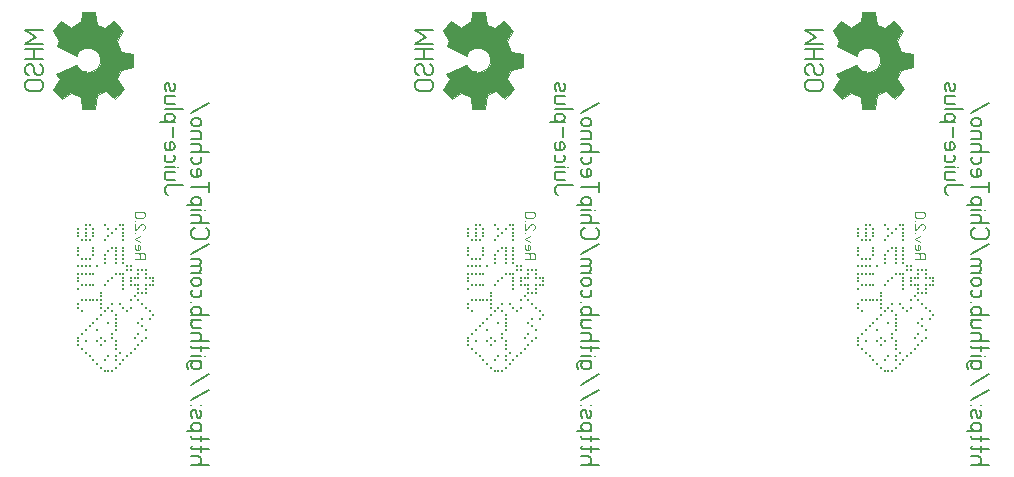
<source format=gbr>
%FSLAX34Y34*%
%MOMM*%
%LNSILK_BOTTOM_*%
G71*
G01*
%ADD10C, 0.19*%
%ADD11C, 0.10*%
%ADD12R, 0.27X0.27*%
%ADD13C, 0.11*%
%LPD*%
G54D10*
X197142Y462538D02*
X212253Y462538D01*
G54D10*
X203186Y462538D02*
X205075Y463671D01*
X205642Y465938D01*
X205075Y468204D01*
X203186Y469338D01*
X197142Y469338D01*
G54D10*
X212253Y475760D02*
X198086Y475760D01*
X197142Y476894D01*
X197520Y478027D01*
G54D10*
X205642Y473494D02*
X205642Y478027D01*
G54D10*
X212253Y484449D02*
X198086Y484449D01*
X197142Y485583D01*
X197520Y486716D01*
G54D10*
X205642Y482183D02*
X205642Y486716D01*
G54D10*
X205642Y490872D02*
X193364Y490872D01*
G54D10*
X199975Y490872D02*
X197520Y492005D01*
X197142Y494272D01*
X197520Y496538D01*
X199408Y497672D01*
X203186Y497672D01*
X205075Y496538D01*
X205642Y494272D01*
X205075Y492005D01*
X202808Y490872D01*
G54D10*
X198086Y501828D02*
X197142Y504094D01*
X197142Y506361D01*
X198086Y508628D01*
X199975Y508628D01*
X200920Y507494D01*
X201864Y502961D01*
X202808Y501828D01*
X204697Y501828D01*
X205642Y504094D01*
X205642Y506361D01*
X204697Y508628D01*
G54D10*
X197142Y512784D02*
X197142Y512784D01*
G54D10*
X205642Y512784D02*
X205642Y512784D01*
G54D10*
X197142Y516940D02*
X212253Y526006D01*
G54D10*
X197142Y530163D02*
X212253Y539229D01*
G54D10*
X194308Y543386D02*
X193364Y545652D01*
X193364Y547239D01*
X194308Y549506D01*
X196197Y550186D01*
X205642Y550186D01*
G54D10*
X203186Y550186D02*
X205075Y549052D01*
X205642Y546786D01*
X205075Y544519D01*
X203186Y543386D01*
X199408Y543386D01*
X197520Y544519D01*
X197142Y546786D01*
X197520Y549052D01*
X199408Y550186D01*
G54D10*
X197142Y554342D02*
X205642Y554342D01*
G54D10*
X208475Y554342D02*
X208475Y554342D01*
G54D10*
X212253Y560764D02*
X198086Y560764D01*
X197142Y561898D01*
X197520Y563031D01*
G54D10*
X205642Y558498D02*
X205642Y563031D01*
G54D10*
X197142Y567187D02*
X212253Y567187D01*
G54D10*
X203186Y567187D02*
X205075Y568320D01*
X205642Y570587D01*
X205075Y572853D01*
X203186Y573987D01*
X197142Y573987D01*
G54D10*
X205642Y584943D02*
X197142Y584943D01*
G54D10*
X199030Y584943D02*
X197520Y583809D01*
X197142Y581543D01*
X197520Y579276D01*
X199030Y578143D01*
X205642Y578143D01*
G54D10*
X197142Y589099D02*
X212253Y589099D01*
G54D10*
X203186Y589099D02*
X205075Y590232D01*
X205642Y592499D01*
X205075Y594765D01*
X203186Y595899D01*
X199408Y595899D01*
X197520Y594765D01*
X197142Y592499D01*
X197520Y590232D01*
X199408Y589099D01*
G54D10*
X197142Y600055D02*
X197142Y600055D01*
G54D10*
X205075Y609877D02*
X205642Y607611D01*
X205075Y605344D01*
X203186Y604211D01*
X199408Y604211D01*
X197520Y605344D01*
X197142Y607611D01*
X197520Y609877D01*
G54D10*
X199408Y620834D02*
X203186Y620834D01*
X205075Y619700D01*
X205642Y617434D01*
X205075Y615167D01*
X203186Y614034D01*
X199408Y614034D01*
X197520Y615167D01*
X197142Y617434D01*
X197520Y619700D01*
X199408Y620834D01*
G54D10*
X197142Y624990D02*
X205642Y624990D01*
G54D10*
X204130Y624990D02*
X205642Y627256D01*
X205075Y629523D01*
X203753Y630656D01*
X197142Y630656D01*
G54D10*
X204130Y630656D02*
X205642Y632923D01*
X205075Y635190D01*
X203753Y636323D01*
X197142Y636323D01*
G54D10*
X197142Y640479D02*
X212253Y649545D01*
G54D10*
X199975Y662769D02*
X198086Y661635D01*
X197142Y659369D01*
X197142Y657102D01*
X198086Y654835D01*
X199975Y653702D01*
X209420Y653702D01*
X211308Y654835D01*
X212253Y657102D01*
X212253Y659369D01*
X211308Y661635D01*
X209420Y662769D01*
G54D10*
X197142Y666925D02*
X212253Y666925D01*
G54D10*
X203186Y666925D02*
X205075Y668058D01*
X205642Y670325D01*
X205075Y672592D01*
X203186Y673725D01*
X197142Y673725D01*
G54D10*
X197142Y677881D02*
X205642Y677881D01*
G54D10*
X208475Y677881D02*
X208475Y677881D01*
G54D10*
X205642Y682037D02*
X193364Y682037D01*
G54D10*
X199975Y682037D02*
X197520Y683170D01*
X197142Y685437D01*
X197520Y687704D01*
X199408Y688837D01*
X203186Y688837D01*
X205075Y687704D01*
X205642Y685437D01*
X205075Y683170D01*
X202808Y682037D01*
G54D10*
X197142Y697526D02*
X212253Y697526D01*
G54D10*
X212253Y692993D02*
X212253Y702060D01*
G54D10*
X198086Y713016D02*
X197142Y711203D01*
X197142Y708936D01*
X198086Y706669D01*
X199975Y706216D01*
X203186Y706216D01*
X205075Y707349D01*
X205642Y709616D01*
X205075Y711883D01*
X203753Y713016D01*
X201864Y713016D01*
X201864Y706216D01*
G54D10*
X205075Y722839D02*
X205642Y720572D01*
X205075Y718305D01*
X203186Y717172D01*
X199408Y717172D01*
X197520Y718305D01*
X197142Y720572D01*
X197520Y722839D01*
G54D10*
X197142Y726995D02*
X212253Y726995D01*
G54D10*
X203186Y726995D02*
X205075Y728128D01*
X205642Y730395D01*
X205075Y732662D01*
X203186Y733795D01*
X197142Y733795D01*
G54D10*
X197142Y737951D02*
X205642Y737951D01*
G54D10*
X203753Y737951D02*
X205075Y739084D01*
X205642Y741351D01*
X205075Y743618D01*
X203753Y744751D01*
X197142Y744751D01*
G54D10*
X199408Y755707D02*
X203186Y755707D01*
X205075Y754574D01*
X205642Y752307D01*
X205075Y750040D01*
X203186Y748907D01*
X199408Y748907D01*
X197520Y750040D01*
X197142Y752307D01*
X197520Y754574D01*
X199408Y755707D01*
G54D10*
X197142Y759863D02*
X212253Y768930D01*
G54D10*
X189842Y699407D02*
X177564Y699407D01*
X175675Y698273D01*
X174730Y696007D01*
X174730Y693740D01*
X175675Y691473D01*
X177564Y690340D01*
G54D10*
X183230Y710363D02*
X174730Y710363D01*
G54D10*
X176619Y710363D02*
X175108Y709230D01*
X174730Y706963D01*
X175108Y704696D01*
X176619Y703563D01*
X183230Y703563D01*
G54D10*
X174730Y714519D02*
X183230Y714519D01*
G54D10*
X186064Y714519D02*
X186064Y714519D01*
G54D10*
X182664Y724342D02*
X183230Y722075D01*
X182664Y719808D01*
X180775Y718675D01*
X176997Y718675D01*
X175108Y719808D01*
X174730Y722075D01*
X175108Y724342D01*
G54D10*
X175675Y735298D02*
X174730Y733485D01*
X174730Y731218D01*
X175675Y728951D01*
X177564Y728498D01*
X180775Y728498D01*
X182664Y729631D01*
X183230Y731898D01*
X182664Y734165D01*
X181342Y735298D01*
X179453Y735298D01*
X179453Y728498D01*
G54D10*
X181342Y739454D02*
X181342Y748521D01*
G54D10*
X183230Y752677D02*
X170953Y752677D01*
G54D10*
X177564Y752677D02*
X175108Y753810D01*
X174730Y756077D01*
X175108Y758344D01*
X176997Y759477D01*
X180775Y759477D01*
X182664Y758344D01*
X183230Y756077D01*
X182664Y753810D01*
X180397Y752677D01*
G54D10*
X174730Y763633D02*
X189842Y763633D01*
G54D10*
X183230Y774589D02*
X174730Y774589D01*
G54D10*
X176619Y774589D02*
X175108Y773456D01*
X174730Y771189D01*
X175108Y768922D01*
X176619Y767789D01*
X183230Y767789D01*
G54D10*
X175675Y778745D02*
X174730Y781012D01*
X174730Y783278D01*
X175675Y785545D01*
X177564Y785545D01*
X178508Y784412D01*
X179453Y779878D01*
X180397Y778745D01*
X182286Y778745D01*
X183230Y781012D01*
X183230Y783278D01*
X182286Y785545D01*
G54D11*
X147642Y810376D02*
X147642Y799264D01*
X137323Y796883D01*
X134148Y789342D01*
X140102Y780214D01*
X132958Y772276D01*
X125020Y778626D01*
X117083Y775055D01*
X115495Y763942D01*
X104780Y763942D01*
X103589Y773864D01*
X95255Y777436D01*
X87714Y772276D01*
X80173Y779817D01*
X85730Y788548D01*
X82952Y792914D01*
X99620Y800455D01*
G54D11*
X99620Y809186D02*
X83348Y816726D01*
X85333Y821092D01*
X79776Y829426D01*
X87317Y837761D01*
X95255Y831808D01*
X103589Y835380D01*
X104780Y845698D01*
X115495Y845302D01*
X117480Y834586D01*
X123830Y831808D01*
X132164Y837761D01*
X139704Y829823D01*
X134148Y820695D01*
X137323Y811964D01*
X147642Y810376D01*
G54D11*
G75*
G01X100305Y800724D02*
G03X100305Y808929I9665J4102D01*
G01*
G36*
X115495Y845302D02*
X117480Y834586D01*
X123830Y831808D01*
X132164Y837761D01*
X139704Y829823D01*
X134148Y820695D01*
X137323Y811964D01*
X147642Y810376D01*
X147642Y799264D01*
X137323Y796883D01*
X134148Y789342D01*
X140102Y780214D01*
X132958Y772276D01*
X125020Y778626D01*
X117083Y775055D01*
X115495Y763942D01*
X104780Y763942D01*
X103589Y773864D01*
X95255Y777436D01*
X87714Y772276D01*
X80173Y779817D01*
X85730Y788548D01*
X82952Y792914D01*
X100414Y800852D01*
X100811Y799661D01*
X101605Y798470D01*
X103986Y796089D01*
X107161Y794502D01*
X109145Y794105D01*
X110733Y794105D01*
X113114Y794502D01*
X115892Y795692D01*
X118670Y798073D01*
X119861Y800058D01*
X120654Y802042D01*
X121052Y804423D01*
X120654Y806805D01*
X119861Y809980D01*
X117480Y812758D01*
X113511Y815536D01*
X107161Y815536D01*
X104780Y814345D01*
X102398Y812758D01*
X100414Y810376D01*
X100414Y808789D01*
X83348Y816726D01*
X85333Y821092D01*
X79776Y829426D01*
X87317Y837761D01*
X95255Y831808D01*
X115495Y845302D01*
G37*
G54D11*
X115495Y845302D02*
X117480Y834586D01*
X123830Y831808D01*
X132164Y837761D01*
X139704Y829823D01*
X134148Y820695D01*
X137323Y811964D01*
X147642Y810376D01*
X147642Y799264D01*
X137323Y796883D01*
X134148Y789342D01*
X140102Y780214D01*
X132958Y772276D01*
X125020Y778626D01*
X117083Y775055D01*
X115495Y763942D01*
X104780Y763942D01*
X103589Y773864D01*
X95255Y777436D01*
X87714Y772276D01*
X80173Y779817D01*
X85730Y788548D01*
X82952Y792914D01*
X100414Y800852D01*
X100811Y799661D01*
X101605Y798470D01*
X103986Y796089D01*
X107161Y794502D01*
X109145Y794105D01*
X110733Y794105D01*
X113114Y794502D01*
X115892Y795692D01*
X118670Y798073D01*
X119861Y800058D01*
X120654Y802042D01*
X121052Y804423D01*
X120654Y806805D01*
X119861Y809980D01*
X117480Y812758D01*
X113511Y815536D01*
X107161Y815536D01*
X104780Y814345D01*
X102398Y812758D01*
X100414Y810376D01*
X100414Y808789D01*
X83348Y816726D01*
X85333Y821092D01*
X79776Y829426D01*
X87317Y837761D01*
X95255Y831808D01*
X115495Y845302D01*
G36*
X115495Y845302D02*
X104780Y845698D01*
X103589Y835380D01*
X115495Y845302D01*
G37*
G54D11*
X115495Y845302D02*
X104780Y845698D01*
X103589Y835380D01*
X115495Y845302D01*
G54D10*
X68969Y788084D02*
X59524Y788084D01*
X57636Y786951D01*
X56691Y784684D01*
X56691Y782418D01*
X57636Y780151D01*
X59524Y779018D01*
X68969Y779018D01*
X70858Y780151D01*
X71802Y782418D01*
X71802Y784684D01*
X70858Y786951D01*
X68969Y788084D01*
G54D10*
X59524Y792241D02*
X57636Y793374D01*
X56691Y795641D01*
X56691Y797907D01*
X57636Y800174D01*
X59524Y801307D01*
X61413Y801307D01*
X63302Y800174D01*
X64246Y797907D01*
X64246Y795641D01*
X65191Y793374D01*
X67080Y792241D01*
X68969Y792241D01*
X70858Y793374D01*
X71802Y795641D01*
X71802Y797907D01*
X70858Y800174D01*
X68969Y801307D01*
G54D10*
X56691Y805464D02*
X71802Y805464D01*
G54D10*
X56691Y814530D02*
X71802Y814530D01*
G54D10*
X64246Y805464D02*
X64246Y814530D01*
G54D10*
X71802Y818687D02*
X56691Y818687D01*
X66136Y824353D01*
X56691Y830020D01*
X71802Y830020D01*
X123825Y541338D02*
G54D12*
D03*
X120650Y544512D02*
G54D12*
D03*
X117475Y547688D02*
G54D12*
D03*
X114300Y550863D02*
G54D12*
D03*
X130175Y541338D02*
G54D12*
D03*
X133350Y544512D02*
G54D12*
D03*
X136525Y547688D02*
G54D12*
D03*
X139700Y550862D02*
G54D12*
D03*
X142875Y554038D02*
G54D12*
D03*
X111125Y554038D02*
G54D12*
D03*
X107950Y557213D02*
G54D12*
D03*
X104775Y560388D02*
G54D12*
D03*
X101600Y563563D02*
G54D12*
D03*
X101600Y569912D02*
G54D12*
D03*
X104775Y573088D02*
G54D12*
D03*
X107950Y576262D02*
G54D12*
D03*
X111125Y579438D02*
G54D12*
D03*
X114300Y582613D02*
G54D12*
D03*
X117475Y585788D02*
G54D12*
D03*
X120650Y588963D02*
G54D12*
D03*
X123825Y592138D02*
G54D12*
D03*
X127000Y595313D02*
G54D12*
D03*
X146050Y557213D02*
G54D12*
D03*
X149225Y560388D02*
G54D12*
D03*
X152400Y563563D02*
G54D12*
D03*
X155575Y566738D02*
G54D12*
D03*
X152400Y582613D02*
G54D12*
D03*
X142875Y592138D02*
G54D12*
D03*
X146050Y595313D02*
G54D12*
D03*
X155575Y585788D02*
G54D12*
D03*
X161925Y585788D02*
G54D12*
D03*
X165100Y588962D02*
G54D12*
D03*
X161925Y592138D02*
G54D12*
D03*
X158750Y595313D02*
G54D12*
D03*
X155575Y598488D02*
G54D12*
D03*
X152400Y601662D02*
G54D12*
D03*
X149225Y604838D02*
G54D12*
D03*
X146050Y601662D02*
G54D12*
D03*
X133350Y550862D02*
G54D12*
D03*
X133350Y554038D02*
G54D12*
D03*
X136525Y557213D02*
G54D12*
D03*
X133350Y560388D02*
G54D12*
D03*
X133350Y563563D02*
G54D12*
D03*
X133350Y566738D02*
G54D12*
D03*
X130175Y569913D02*
G54D12*
D03*
X130175Y573088D02*
G54D12*
D03*
X133350Y576263D02*
G54D12*
D03*
X133350Y579438D02*
G54D12*
D03*
X133350Y582613D02*
G54D12*
D03*
X133350Y585788D02*
G54D12*
D03*
X133350Y588963D02*
G54D12*
D03*
X130175Y592138D02*
G54D12*
D03*
X158750Y608013D02*
G54D12*
D03*
X155575Y608013D02*
G54D12*
D03*
X152400Y608013D02*
G54D12*
D03*
X152400Y611188D02*
G54D12*
D03*
X158750Y611188D02*
G54D12*
D03*
X158750Y614363D02*
G54D12*
D03*
X161925Y614363D02*
G54D12*
D03*
X165100Y614363D02*
G54D12*
D03*
X165100Y617538D02*
G54D12*
D03*
X165100Y620713D02*
G54D12*
D03*
X161925Y620713D02*
G54D12*
D03*
X158750Y620713D02*
G54D12*
D03*
X158750Y623888D02*
G54D12*
D03*
X158750Y627063D02*
G54D12*
D03*
X155575Y627063D02*
G54D12*
D03*
X152400Y627063D02*
G54D12*
D03*
X152400Y623888D02*
G54D12*
D03*
X152400Y620713D02*
G54D12*
D03*
X152400Y614363D02*
G54D12*
D03*
X149225Y614363D02*
G54D12*
D03*
X146050Y614363D02*
G54D12*
D03*
X146050Y617538D02*
G54D12*
D03*
X146050Y620713D02*
G54D12*
D03*
X149225Y620713D02*
G54D12*
D03*
X158750Y569912D02*
G54D12*
D03*
X158750Y576262D02*
G54D12*
D03*
X155575Y579438D02*
G54D12*
D03*
X139700Y595313D02*
G54D12*
D03*
X136525Y598488D02*
G54D12*
D03*
X130175Y598488D02*
G54D12*
D03*
X120650Y595313D02*
G54D12*
D03*
X120650Y598488D02*
G54D12*
D03*
X120650Y601662D02*
G54D12*
D03*
X120650Y604838D02*
G54D12*
D03*
X120650Y608012D02*
G54D12*
D03*
X117475Y601662D02*
G54D12*
D03*
X114300Y601662D02*
G54D12*
D03*
X111125Y601663D02*
G54D12*
D03*
X107950Y601663D02*
G54D12*
D03*
X104775Y601663D02*
G54D12*
D03*
X101600Y598488D02*
G54D12*
D03*
X101600Y595313D02*
G54D12*
D03*
X104775Y592138D02*
G54D12*
D03*
X101600Y611188D02*
G54D12*
D03*
X104775Y614363D02*
G54D12*
D03*
X107950Y614363D02*
G54D12*
D03*
X111125Y614363D02*
G54D12*
D03*
X114300Y614363D02*
G54D12*
D03*
X101600Y617538D02*
G54D12*
D03*
X101600Y620713D02*
G54D12*
D03*
X101600Y623888D02*
G54D12*
D03*
X104775Y623888D02*
G54D12*
D03*
X107950Y623888D02*
G54D12*
D03*
X111125Y623888D02*
G54D12*
D03*
X114300Y623888D02*
G54D12*
D03*
X117475Y630238D02*
G54D12*
D03*
X111125Y630238D02*
G54D12*
D03*
X107950Y630238D02*
G54D12*
D03*
X104775Y630238D02*
G54D12*
D03*
X101600Y630238D02*
G54D12*
D03*
X104775Y636588D02*
G54D12*
D03*
X107950Y636588D02*
G54D12*
D03*
X111125Y636588D02*
G54D12*
D03*
X114300Y639762D02*
G54D12*
D03*
X114300Y642938D02*
G54D12*
D03*
X101600Y639762D02*
G54D12*
D03*
X101600Y642938D02*
G54D12*
D03*
X101600Y646112D02*
G54D12*
D03*
X114300Y646113D02*
G54D12*
D03*
X104775Y652463D02*
G54D12*
D03*
X107950Y652463D02*
G54D12*
D03*
X111125Y652463D02*
G54D12*
D03*
X114300Y655638D02*
G54D12*
D03*
X114300Y658812D02*
G54D12*
D03*
X114300Y661988D02*
G54D12*
D03*
X101600Y655638D02*
G54D12*
D03*
X101600Y658813D02*
G54D12*
D03*
X101600Y661988D02*
G54D12*
D03*
X111125Y665163D02*
G54D12*
D03*
X107950Y665163D02*
G54D12*
D03*
X107950Y661988D02*
G54D12*
D03*
X107950Y658812D02*
G54D12*
D03*
X107950Y655638D02*
G54D12*
D03*
X120650Y563563D02*
G54D12*
D03*
X117475Y566738D02*
G54D12*
D03*
X120650Y569912D02*
G54D12*
D03*
X123825Y566738D02*
G54D12*
D03*
X117475Y576263D02*
G54D12*
D03*
X127000Y554038D02*
G54D12*
D03*
X127000Y582613D02*
G54D12*
D03*
X107950Y566738D02*
G54D12*
D03*
X123825Y550863D02*
G54D12*
D03*
X139700Y611188D02*
G54D12*
D03*
X139700Y614363D02*
G54D12*
D03*
X139700Y617538D02*
G54D12*
D03*
X139700Y620713D02*
G54D12*
D03*
X139700Y623888D02*
G54D12*
D03*
X136525Y623888D02*
G54D12*
D03*
X133350Y623888D02*
G54D12*
D03*
X130175Y620713D02*
G54D12*
D03*
X127000Y617538D02*
G54D12*
D03*
X123825Y614363D02*
G54D12*
D03*
X146050Y627063D02*
G54D12*
D03*
X142875Y627063D02*
G54D12*
D03*
X142875Y630238D02*
G54D12*
D03*
X146050Y630238D02*
G54D12*
D03*
X139700Y633413D02*
G54D12*
D03*
X139700Y636588D02*
G54D12*
D03*
X139700Y639763D02*
G54D12*
D03*
X139700Y642938D02*
G54D12*
D03*
X139700Y646113D02*
G54D12*
D03*
X133350Y633413D02*
G54D12*
D03*
X133350Y636588D02*
G54D12*
D03*
X133350Y639763D02*
G54D12*
D03*
X133350Y642938D02*
G54D12*
D03*
X133350Y646113D02*
G54D12*
D03*
X130175Y646113D02*
G54D12*
D03*
X127000Y642938D02*
G54D12*
D03*
X123825Y639763D02*
G54D12*
D03*
X123825Y633413D02*
G54D12*
D03*
X123825Y636588D02*
G54D12*
D03*
X139700Y652463D02*
G54D12*
D03*
X139700Y655638D02*
G54D12*
D03*
X139700Y658812D02*
G54D12*
D03*
X139700Y661988D02*
G54D12*
D03*
X139700Y665163D02*
G54D12*
D03*
X136525Y665162D02*
G54D12*
D03*
X133350Y661988D02*
G54D12*
D03*
X130175Y658812D02*
G54D12*
D03*
X127000Y655638D02*
G54D12*
D03*
X123825Y652463D02*
G54D12*
D03*
X127000Y661988D02*
G54D12*
D03*
X123825Y665162D02*
G54D12*
D03*
X152400Y573088D02*
G54D12*
D03*
X149225Y569912D02*
G54D12*
D03*
G54D13*
X153670Y639254D02*
X152558Y641254D01*
X151447Y641921D01*
X149225Y641921D01*
G54D13*
X149225Y636588D02*
X158114Y636588D01*
X158114Y639921D01*
X157558Y641254D01*
X156447Y641921D01*
X155336Y641921D01*
X154225Y641254D01*
X153670Y639921D01*
X153670Y636588D01*
G54D13*
X149780Y648365D02*
X149225Y647298D01*
X149225Y645965D01*
X149780Y644631D01*
X150892Y644365D01*
X152780Y644365D01*
X153892Y645031D01*
X154225Y646365D01*
X153892Y647698D01*
X153114Y648365D01*
X152003Y648365D01*
X152003Y644365D01*
G54D13*
X154225Y650809D02*
X149225Y653475D01*
X154225Y656142D01*
G54D13*
X149225Y658586D02*
X149225Y658586D01*
G54D13*
X149225Y666363D02*
X149225Y661030D01*
X149780Y661030D01*
X150892Y661696D01*
X154225Y665696D01*
X155336Y666363D01*
X156447Y666363D01*
X157558Y665696D01*
X158114Y664363D01*
X158114Y663030D01*
X157558Y661696D01*
X156447Y661030D01*
G54D13*
X149225Y668806D02*
X149225Y668806D01*
G54D13*
X156447Y676584D02*
X150892Y676584D01*
X149780Y675917D01*
X149225Y674584D01*
X149225Y673250D01*
X149780Y671917D01*
X150892Y671251D01*
X156447Y671250D01*
X157558Y671917D01*
X158114Y673250D01*
X158114Y674584D01*
X157558Y675917D01*
X156447Y676584D01*
X127000Y541338D02*
G54D12*
D03*
X101600Y566738D02*
G54D12*
D03*
G54D10*
X527342Y462538D02*
X542453Y462538D01*
G54D10*
X533386Y462538D02*
X535275Y463671D01*
X535842Y465938D01*
X535275Y468204D01*
X533386Y469338D01*
X527342Y469338D01*
G54D10*
X542453Y475760D02*
X528286Y475760D01*
X527342Y476894D01*
X527720Y478027D01*
G54D10*
X535842Y473494D02*
X535842Y478027D01*
G54D10*
X542453Y484449D02*
X528286Y484449D01*
X527342Y485583D01*
X527720Y486716D01*
G54D10*
X535842Y482183D02*
X535842Y486716D01*
G54D10*
X535842Y490872D02*
X523564Y490872D01*
G54D10*
X530175Y490872D02*
X527720Y492005D01*
X527342Y494272D01*
X527720Y496538D01*
X529608Y497672D01*
X533386Y497672D01*
X535275Y496538D01*
X535842Y494272D01*
X535275Y492005D01*
X533008Y490872D01*
G54D10*
X528286Y501828D02*
X527342Y504094D01*
X527342Y506361D01*
X528286Y508628D01*
X530175Y508628D01*
X531120Y507494D01*
X532064Y502961D01*
X533008Y501828D01*
X534897Y501828D01*
X535842Y504094D01*
X535842Y506361D01*
X534897Y508628D01*
G54D10*
X527342Y512784D02*
X527342Y512784D01*
G54D10*
X535842Y512784D02*
X535842Y512784D01*
G54D10*
X527342Y516940D02*
X542453Y526006D01*
G54D10*
X527342Y530163D02*
X542453Y539229D01*
G54D10*
X524508Y543386D02*
X523564Y545652D01*
X523564Y547239D01*
X524508Y549506D01*
X526397Y550186D01*
X535842Y550186D01*
G54D10*
X533386Y550186D02*
X535275Y549052D01*
X535842Y546786D01*
X535275Y544519D01*
X533386Y543386D01*
X529608Y543386D01*
X527720Y544519D01*
X527342Y546786D01*
X527720Y549052D01*
X529608Y550186D01*
G54D10*
X527342Y554342D02*
X535842Y554342D01*
G54D10*
X538675Y554342D02*
X538675Y554342D01*
G54D10*
X542453Y560764D02*
X528286Y560764D01*
X527342Y561898D01*
X527720Y563031D01*
G54D10*
X535842Y558498D02*
X535842Y563031D01*
G54D10*
X527342Y567187D02*
X542453Y567187D01*
G54D10*
X533386Y567187D02*
X535275Y568320D01*
X535842Y570587D01*
X535275Y572853D01*
X533386Y573987D01*
X527342Y573987D01*
G54D10*
X535842Y584943D02*
X527342Y584943D01*
G54D10*
X529230Y584943D02*
X527720Y583809D01*
X527342Y581543D01*
X527720Y579276D01*
X529230Y578143D01*
X535842Y578143D01*
G54D10*
X527342Y589099D02*
X542453Y589099D01*
G54D10*
X533386Y589099D02*
X535275Y590232D01*
X535842Y592499D01*
X535275Y594765D01*
X533386Y595899D01*
X529608Y595899D01*
X527720Y594765D01*
X527342Y592499D01*
X527720Y590232D01*
X529608Y589099D01*
G54D10*
X527342Y600055D02*
X527342Y600055D01*
G54D10*
X535275Y609877D02*
X535842Y607611D01*
X535275Y605344D01*
X533386Y604211D01*
X529608Y604211D01*
X527720Y605344D01*
X527342Y607611D01*
X527720Y609877D01*
G54D10*
X529608Y620834D02*
X533386Y620834D01*
X535275Y619700D01*
X535842Y617434D01*
X535275Y615167D01*
X533386Y614034D01*
X529608Y614034D01*
X527720Y615167D01*
X527342Y617434D01*
X527720Y619700D01*
X529608Y620834D01*
G54D10*
X527342Y624990D02*
X535842Y624990D01*
G54D10*
X534330Y624990D02*
X535842Y627256D01*
X535275Y629523D01*
X533953Y630656D01*
X527342Y630656D01*
G54D10*
X534330Y630656D02*
X535842Y632923D01*
X535275Y635190D01*
X533953Y636323D01*
X527342Y636323D01*
G54D10*
X527342Y640479D02*
X542453Y649545D01*
G54D10*
X530175Y662769D02*
X528286Y661635D01*
X527342Y659369D01*
X527342Y657102D01*
X528286Y654835D01*
X530175Y653702D01*
X539620Y653702D01*
X541508Y654835D01*
X542453Y657102D01*
X542453Y659369D01*
X541508Y661635D01*
X539620Y662769D01*
G54D10*
X527342Y666925D02*
X542453Y666925D01*
G54D10*
X533386Y666925D02*
X535275Y668058D01*
X535842Y670325D01*
X535275Y672592D01*
X533386Y673725D01*
X527342Y673725D01*
G54D10*
X527342Y677881D02*
X535842Y677881D01*
G54D10*
X538675Y677881D02*
X538675Y677881D01*
G54D10*
X535842Y682037D02*
X523564Y682037D01*
G54D10*
X530175Y682037D02*
X527720Y683170D01*
X527342Y685437D01*
X527720Y687704D01*
X529608Y688837D01*
X533386Y688837D01*
X535275Y687704D01*
X535842Y685437D01*
X535275Y683170D01*
X533008Y682037D01*
G54D10*
X527342Y697526D02*
X542453Y697526D01*
G54D10*
X542453Y692993D02*
X542453Y702060D01*
G54D10*
X528286Y713016D02*
X527342Y711203D01*
X527342Y708936D01*
X528286Y706669D01*
X530175Y706216D01*
X533386Y706216D01*
X535275Y707349D01*
X535842Y709616D01*
X535275Y711883D01*
X533953Y713016D01*
X532064Y713016D01*
X532064Y706216D01*
G54D10*
X535275Y722839D02*
X535842Y720572D01*
X535275Y718305D01*
X533386Y717172D01*
X529608Y717172D01*
X527720Y718305D01*
X527342Y720572D01*
X527720Y722839D01*
G54D10*
X527342Y726995D02*
X542453Y726995D01*
G54D10*
X533386Y726995D02*
X535275Y728128D01*
X535842Y730395D01*
X535275Y732662D01*
X533386Y733795D01*
X527342Y733795D01*
G54D10*
X527342Y737951D02*
X535842Y737951D01*
G54D10*
X533953Y737951D02*
X535275Y739084D01*
X535842Y741351D01*
X535275Y743618D01*
X533953Y744751D01*
X527342Y744751D01*
G54D10*
X529608Y755707D02*
X533386Y755707D01*
X535275Y754574D01*
X535842Y752307D01*
X535275Y750040D01*
X533386Y748907D01*
X529608Y748907D01*
X527720Y750040D01*
X527342Y752307D01*
X527720Y754574D01*
X529608Y755707D01*
G54D10*
X527342Y759863D02*
X542453Y768930D01*
G54D10*
X520042Y699407D02*
X507764Y699407D01*
X505875Y698273D01*
X504930Y696007D01*
X504930Y693740D01*
X505875Y691473D01*
X507764Y690340D01*
G54D10*
X513430Y710363D02*
X504930Y710363D01*
G54D10*
X506819Y710363D02*
X505308Y709230D01*
X504930Y706963D01*
X505308Y704696D01*
X506819Y703563D01*
X513430Y703563D01*
G54D10*
X504930Y714519D02*
X513430Y714519D01*
G54D10*
X516264Y714519D02*
X516264Y714519D01*
G54D10*
X512864Y724342D02*
X513430Y722075D01*
X512864Y719808D01*
X510975Y718675D01*
X507197Y718675D01*
X505308Y719808D01*
X504930Y722075D01*
X505308Y724342D01*
G54D10*
X505875Y735298D02*
X504930Y733485D01*
X504930Y731218D01*
X505875Y728951D01*
X507764Y728498D01*
X510975Y728498D01*
X512864Y729631D01*
X513430Y731898D01*
X512864Y734165D01*
X511542Y735298D01*
X509653Y735298D01*
X509653Y728498D01*
G54D10*
X511542Y739454D02*
X511542Y748521D01*
G54D10*
X513430Y752677D02*
X501153Y752677D01*
G54D10*
X507764Y752677D02*
X505308Y753810D01*
X504930Y756077D01*
X505308Y758344D01*
X507197Y759477D01*
X510975Y759477D01*
X512864Y758344D01*
X513430Y756077D01*
X512864Y753810D01*
X510597Y752677D01*
G54D10*
X504930Y763633D02*
X520042Y763633D01*
G54D10*
X513430Y774589D02*
X504930Y774589D01*
G54D10*
X506819Y774589D02*
X505308Y773456D01*
X504930Y771189D01*
X505308Y768922D01*
X506819Y767789D01*
X513430Y767789D01*
G54D10*
X505875Y778745D02*
X504930Y781012D01*
X504930Y783278D01*
X505875Y785545D01*
X507764Y785545D01*
X508708Y784412D01*
X509653Y779878D01*
X510597Y778745D01*
X512486Y778745D01*
X513430Y781012D01*
X513430Y783278D01*
X512486Y785545D01*
G54D11*
X477842Y810376D02*
X477842Y799264D01*
X467523Y796883D01*
X464348Y789342D01*
X470302Y780214D01*
X463158Y772276D01*
X455220Y778626D01*
X447283Y775055D01*
X445695Y763942D01*
X434980Y763942D01*
X433789Y773864D01*
X425455Y777436D01*
X417914Y772276D01*
X410373Y779817D01*
X415930Y788548D01*
X413152Y792914D01*
X429820Y800455D01*
G54D11*
X429820Y809186D02*
X413548Y816726D01*
X415533Y821092D01*
X409976Y829426D01*
X417517Y837761D01*
X425455Y831808D01*
X433789Y835380D01*
X434980Y845698D01*
X445695Y845302D01*
X447680Y834586D01*
X454030Y831808D01*
X462364Y837761D01*
X469904Y829823D01*
X464348Y820695D01*
X467523Y811964D01*
X477842Y810376D01*
G54D11*
G75*
G01X430505Y800724D02*
G03X430505Y808929I9665J4102D01*
G01*
G36*
X445695Y845302D02*
X447680Y834586D01*
X454030Y831808D01*
X462364Y837761D01*
X469904Y829823D01*
X464348Y820695D01*
X467523Y811964D01*
X477842Y810376D01*
X477842Y799264D01*
X467523Y796883D01*
X464348Y789342D01*
X470302Y780214D01*
X463158Y772276D01*
X455220Y778626D01*
X447283Y775055D01*
X445695Y763942D01*
X434980Y763942D01*
X433789Y773864D01*
X425455Y777436D01*
X417914Y772276D01*
X410373Y779817D01*
X415930Y788548D01*
X413152Y792914D01*
X430614Y800852D01*
X431011Y799661D01*
X431805Y798470D01*
X434186Y796089D01*
X437361Y794502D01*
X439345Y794105D01*
X440933Y794105D01*
X443314Y794502D01*
X446092Y795692D01*
X448870Y798073D01*
X450061Y800058D01*
X450854Y802042D01*
X451252Y804423D01*
X450854Y806805D01*
X450061Y809980D01*
X447680Y812758D01*
X443711Y815536D01*
X437361Y815536D01*
X434980Y814345D01*
X432598Y812758D01*
X430614Y810376D01*
X430614Y808789D01*
X413548Y816726D01*
X415533Y821092D01*
X409976Y829426D01*
X417517Y837761D01*
X425455Y831808D01*
X445695Y845302D01*
G37*
G54D11*
X445695Y845302D02*
X447680Y834586D01*
X454030Y831808D01*
X462364Y837761D01*
X469904Y829823D01*
X464348Y820695D01*
X467523Y811964D01*
X477842Y810376D01*
X477842Y799264D01*
X467523Y796883D01*
X464348Y789342D01*
X470302Y780214D01*
X463158Y772276D01*
X455220Y778626D01*
X447283Y775055D01*
X445695Y763942D01*
X434980Y763942D01*
X433789Y773864D01*
X425455Y777436D01*
X417914Y772276D01*
X410373Y779817D01*
X415930Y788548D01*
X413152Y792914D01*
X430614Y800852D01*
X431011Y799661D01*
X431805Y798470D01*
X434186Y796089D01*
X437361Y794502D01*
X439345Y794105D01*
X440933Y794105D01*
X443314Y794502D01*
X446092Y795692D01*
X448870Y798073D01*
X450061Y800058D01*
X450854Y802042D01*
X451252Y804423D01*
X450854Y806805D01*
X450061Y809980D01*
X447680Y812758D01*
X443711Y815536D01*
X437361Y815536D01*
X434980Y814345D01*
X432598Y812758D01*
X430614Y810376D01*
X430614Y808789D01*
X413548Y816726D01*
X415533Y821092D01*
X409976Y829426D01*
X417517Y837761D01*
X425455Y831808D01*
X445695Y845302D01*
G36*
X445695Y845302D02*
X434980Y845698D01*
X433789Y835380D01*
X445695Y845302D01*
G37*
G54D11*
X445695Y845302D02*
X434980Y845698D01*
X433789Y835380D01*
X445695Y845302D01*
G54D10*
X399169Y788084D02*
X389724Y788084D01*
X387836Y786951D01*
X386891Y784684D01*
X386891Y782418D01*
X387836Y780151D01*
X389724Y779018D01*
X399169Y779018D01*
X401058Y780151D01*
X402002Y782418D01*
X402002Y784684D01*
X401058Y786951D01*
X399169Y788084D01*
G54D10*
X389724Y792241D02*
X387836Y793374D01*
X386891Y795641D01*
X386891Y797907D01*
X387836Y800174D01*
X389724Y801307D01*
X391613Y801307D01*
X393502Y800174D01*
X394446Y797907D01*
X394446Y795641D01*
X395391Y793374D01*
X397280Y792241D01*
X399169Y792241D01*
X401058Y793374D01*
X402002Y795641D01*
X402002Y797907D01*
X401058Y800174D01*
X399169Y801307D01*
G54D10*
X386891Y805464D02*
X402002Y805464D01*
G54D10*
X386891Y814530D02*
X402002Y814530D01*
G54D10*
X394446Y805464D02*
X394446Y814530D01*
G54D10*
X402002Y818687D02*
X386891Y818687D01*
X396336Y824353D01*
X386891Y830020D01*
X402002Y830020D01*
X454025Y541338D02*
G54D12*
D03*
X450850Y544512D02*
G54D12*
D03*
X447675Y547688D02*
G54D12*
D03*
X444500Y550862D02*
G54D12*
D03*
X460375Y541338D02*
G54D12*
D03*
X463550Y544512D02*
G54D12*
D03*
X466725Y547688D02*
G54D12*
D03*
X469900Y550862D02*
G54D12*
D03*
X473075Y554038D02*
G54D12*
D03*
X441325Y554038D02*
G54D12*
D03*
X438150Y557212D02*
G54D12*
D03*
X434975Y560388D02*
G54D12*
D03*
X431800Y563562D02*
G54D12*
D03*
X431800Y569912D02*
G54D12*
D03*
X434975Y573088D02*
G54D12*
D03*
X438150Y576262D02*
G54D12*
D03*
X441325Y579438D02*
G54D12*
D03*
X444500Y582612D02*
G54D12*
D03*
X447675Y585788D02*
G54D12*
D03*
X450850Y588962D02*
G54D12*
D03*
X454025Y592138D02*
G54D12*
D03*
X457200Y595312D02*
G54D12*
D03*
X476250Y557212D02*
G54D12*
D03*
X479425Y560388D02*
G54D12*
D03*
X482600Y563562D02*
G54D12*
D03*
X485775Y566738D02*
G54D12*
D03*
X482600Y582612D02*
G54D12*
D03*
X473075Y592138D02*
G54D12*
D03*
X476250Y595312D02*
G54D12*
D03*
X485775Y585788D02*
G54D12*
D03*
X492125Y585788D02*
G54D12*
D03*
X495300Y588962D02*
G54D12*
D03*
X492125Y592138D02*
G54D12*
D03*
X488950Y595312D02*
G54D12*
D03*
X485775Y598488D02*
G54D12*
D03*
X482600Y601662D02*
G54D12*
D03*
X479425Y604838D02*
G54D12*
D03*
X476250Y601662D02*
G54D12*
D03*
X463550Y550862D02*
G54D12*
D03*
X463550Y554038D02*
G54D12*
D03*
X466725Y557212D02*
G54D12*
D03*
X463550Y560388D02*
G54D12*
D03*
X463550Y563562D02*
G54D12*
D03*
X463550Y566738D02*
G54D12*
D03*
X460375Y569912D02*
G54D12*
D03*
X460375Y573088D02*
G54D12*
D03*
X463550Y576262D02*
G54D12*
D03*
X463550Y579438D02*
G54D12*
D03*
X463550Y582612D02*
G54D12*
D03*
X463550Y585788D02*
G54D12*
D03*
X463550Y588962D02*
G54D12*
D03*
X460375Y592138D02*
G54D12*
D03*
X488950Y608012D02*
G54D12*
D03*
X485775Y608012D02*
G54D12*
D03*
X482600Y608012D02*
G54D12*
D03*
X482600Y611188D02*
G54D12*
D03*
X488950Y611188D02*
G54D12*
D03*
X488950Y614362D02*
G54D12*
D03*
X492125Y614362D02*
G54D12*
D03*
X495300Y614362D02*
G54D12*
D03*
X495300Y617538D02*
G54D12*
D03*
X495300Y620712D02*
G54D12*
D03*
X492125Y620712D02*
G54D12*
D03*
X488950Y620712D02*
G54D12*
D03*
X488950Y623888D02*
G54D12*
D03*
X488950Y627062D02*
G54D12*
D03*
X485775Y627062D02*
G54D12*
D03*
X482600Y627062D02*
G54D12*
D03*
X482600Y623888D02*
G54D12*
D03*
X482600Y620712D02*
G54D12*
D03*
X482600Y614362D02*
G54D12*
D03*
X479425Y614362D02*
G54D12*
D03*
X476250Y614362D02*
G54D12*
D03*
X476250Y617538D02*
G54D12*
D03*
X476250Y620712D02*
G54D12*
D03*
X479425Y620712D02*
G54D12*
D03*
X488950Y569912D02*
G54D12*
D03*
X488950Y576262D02*
G54D12*
D03*
X485775Y579438D02*
G54D12*
D03*
X469900Y595312D02*
G54D12*
D03*
X466725Y598488D02*
G54D12*
D03*
X460375Y598488D02*
G54D12*
D03*
X450850Y595312D02*
G54D12*
D03*
X450850Y598488D02*
G54D12*
D03*
X450850Y601662D02*
G54D12*
D03*
X450850Y604838D02*
G54D12*
D03*
X450850Y608012D02*
G54D12*
D03*
X447675Y601662D02*
G54D12*
D03*
X444500Y601662D02*
G54D12*
D03*
X441325Y601662D02*
G54D12*
D03*
X438150Y601662D02*
G54D12*
D03*
X434975Y601662D02*
G54D12*
D03*
X431800Y598488D02*
G54D12*
D03*
X431800Y595312D02*
G54D12*
D03*
X434975Y592138D02*
G54D12*
D03*
X431800Y611188D02*
G54D12*
D03*
X434975Y614362D02*
G54D12*
D03*
X438150Y614362D02*
G54D12*
D03*
X441325Y614362D02*
G54D12*
D03*
X444500Y614362D02*
G54D12*
D03*
X431800Y617538D02*
G54D12*
D03*
X431800Y620712D02*
G54D12*
D03*
X431800Y623888D02*
G54D12*
D03*
X434975Y623888D02*
G54D12*
D03*
X438150Y623888D02*
G54D12*
D03*
X441325Y623888D02*
G54D12*
D03*
X444500Y623888D02*
G54D12*
D03*
X447675Y630238D02*
G54D12*
D03*
X441325Y630238D02*
G54D12*
D03*
X438150Y630238D02*
G54D12*
D03*
X434975Y630238D02*
G54D12*
D03*
X431800Y630238D02*
G54D12*
D03*
X434975Y636588D02*
G54D12*
D03*
X438150Y636588D02*
G54D12*
D03*
X441325Y636588D02*
G54D12*
D03*
X444500Y639762D02*
G54D12*
D03*
X444500Y642938D02*
G54D12*
D03*
X431800Y639762D02*
G54D12*
D03*
X431800Y642938D02*
G54D12*
D03*
X431800Y646112D02*
G54D12*
D03*
X444500Y646112D02*
G54D12*
D03*
X434975Y652462D02*
G54D12*
D03*
X438150Y652462D02*
G54D12*
D03*
X441325Y652462D02*
G54D12*
D03*
X444500Y655638D02*
G54D12*
D03*
X444500Y658812D02*
G54D12*
D03*
X444500Y661988D02*
G54D12*
D03*
X431800Y655638D02*
G54D12*
D03*
X431800Y658813D02*
G54D12*
D03*
X431800Y661988D02*
G54D12*
D03*
X441325Y665162D02*
G54D12*
D03*
X438150Y665162D02*
G54D12*
D03*
X438150Y661988D02*
G54D12*
D03*
X438150Y658812D02*
G54D12*
D03*
X438150Y655638D02*
G54D12*
D03*
X450850Y563562D02*
G54D12*
D03*
X447675Y566738D02*
G54D12*
D03*
X450850Y569912D02*
G54D12*
D03*
X454025Y566738D02*
G54D12*
D03*
X447675Y576262D02*
G54D12*
D03*
X457200Y554038D02*
G54D12*
D03*
X457200Y582612D02*
G54D12*
D03*
X438150Y566738D02*
G54D12*
D03*
X454025Y550862D02*
G54D12*
D03*
X469900Y611188D02*
G54D12*
D03*
X469900Y614362D02*
G54D12*
D03*
X469900Y617538D02*
G54D12*
D03*
X469900Y620712D02*
G54D12*
D03*
X469900Y623888D02*
G54D12*
D03*
X466725Y623888D02*
G54D12*
D03*
X463550Y623888D02*
G54D12*
D03*
X460375Y620712D02*
G54D12*
D03*
X457200Y617538D02*
G54D12*
D03*
X454025Y614362D02*
G54D12*
D03*
X476250Y627062D02*
G54D12*
D03*
X473075Y627062D02*
G54D12*
D03*
X473075Y630238D02*
G54D12*
D03*
X476250Y630238D02*
G54D12*
D03*
X469900Y633412D02*
G54D12*
D03*
X469900Y636588D02*
G54D12*
D03*
X469900Y639762D02*
G54D12*
D03*
X469900Y642938D02*
G54D12*
D03*
X469900Y646112D02*
G54D12*
D03*
X463550Y633412D02*
G54D12*
D03*
X463550Y636588D02*
G54D12*
D03*
X463550Y639762D02*
G54D12*
D03*
X463550Y642938D02*
G54D12*
D03*
X463550Y646112D02*
G54D12*
D03*
X460375Y646112D02*
G54D12*
D03*
X457200Y642938D02*
G54D12*
D03*
X454025Y639762D02*
G54D12*
D03*
X454025Y633412D02*
G54D12*
D03*
X454025Y636588D02*
G54D12*
D03*
X469900Y652462D02*
G54D12*
D03*
X469900Y655638D02*
G54D12*
D03*
X469900Y658812D02*
G54D12*
D03*
X469900Y661988D02*
G54D12*
D03*
X469900Y665162D02*
G54D12*
D03*
X466725Y665162D02*
G54D12*
D03*
X463550Y661988D02*
G54D12*
D03*
X460375Y658812D02*
G54D12*
D03*
X457200Y655638D02*
G54D12*
D03*
X454025Y652462D02*
G54D12*
D03*
X457200Y661988D02*
G54D12*
D03*
X454025Y665162D02*
G54D12*
D03*
X482600Y573088D02*
G54D12*
D03*
X479425Y569912D02*
G54D12*
D03*
G54D13*
X483870Y639254D02*
X482758Y641254D01*
X481647Y641921D01*
X479425Y641921D01*
G54D13*
X479425Y636588D02*
X488314Y636588D01*
X488314Y639921D01*
X487758Y641254D01*
X486647Y641921D01*
X485536Y641921D01*
X484425Y641254D01*
X483870Y639921D01*
X483870Y636588D01*
G54D13*
X479980Y648364D02*
X479425Y647298D01*
X479425Y645964D01*
X479980Y644631D01*
X481092Y644364D01*
X482980Y644364D01*
X484092Y645031D01*
X484425Y646364D01*
X484092Y647698D01*
X483314Y648364D01*
X482203Y648364D01*
X482203Y644364D01*
G54D13*
X484425Y650808D02*
X479425Y653475D01*
X484425Y656142D01*
G54D13*
X479425Y658586D02*
X479425Y658586D01*
G54D13*
X479425Y666363D02*
X479425Y661030D01*
X479980Y661030D01*
X481092Y661696D01*
X484425Y665696D01*
X485536Y666363D01*
X486647Y666363D01*
X487758Y665696D01*
X488314Y664363D01*
X488314Y663030D01*
X487758Y661696D01*
X486647Y661030D01*
G54D13*
X479425Y668806D02*
X479425Y668806D01*
G54D13*
X486647Y676584D02*
X481092Y676584D01*
X479980Y675917D01*
X479425Y674584D01*
X479425Y673250D01*
X479980Y671917D01*
X481092Y671250D01*
X486647Y671250D01*
X487758Y671917D01*
X488314Y673250D01*
X488314Y674584D01*
X487758Y675917D01*
X486647Y676584D01*
X457200Y541338D02*
G54D12*
D03*
X431800Y566738D02*
G54D12*
D03*
G54D10*
X857542Y462538D02*
X872653Y462538D01*
G54D10*
X863586Y462538D02*
X865475Y463671D01*
X866042Y465938D01*
X865475Y468204D01*
X863586Y469338D01*
X857542Y469338D01*
G54D10*
X872653Y475760D02*
X858486Y475760D01*
X857542Y476894D01*
X857920Y478027D01*
G54D10*
X866042Y473494D02*
X866042Y478027D01*
G54D10*
X872653Y484449D02*
X858486Y484449D01*
X857542Y485583D01*
X857920Y486716D01*
G54D10*
X866042Y482183D02*
X866042Y486716D01*
G54D10*
X866042Y490872D02*
X853764Y490872D01*
G54D10*
X860375Y490872D02*
X857920Y492005D01*
X857542Y494272D01*
X857920Y496538D01*
X859808Y497672D01*
X863586Y497672D01*
X865475Y496538D01*
X866042Y494272D01*
X865475Y492005D01*
X863208Y490872D01*
G54D10*
X858486Y501828D02*
X857542Y504094D01*
X857542Y506361D01*
X858486Y508628D01*
X860375Y508628D01*
X861320Y507494D01*
X862264Y502961D01*
X863208Y501828D01*
X865097Y501828D01*
X866042Y504094D01*
X866042Y506361D01*
X865097Y508628D01*
G54D10*
X857542Y512784D02*
X857542Y512784D01*
G54D10*
X866042Y512784D02*
X866042Y512784D01*
G54D10*
X857542Y516940D02*
X872653Y526006D01*
G54D10*
X857542Y530163D02*
X872653Y539229D01*
G54D10*
X854708Y543386D02*
X853764Y545652D01*
X853764Y547239D01*
X854708Y549506D01*
X856597Y550186D01*
X866042Y550186D01*
G54D10*
X863586Y550186D02*
X865475Y549052D01*
X866042Y546786D01*
X865475Y544519D01*
X863586Y543386D01*
X859808Y543386D01*
X857920Y544519D01*
X857542Y546786D01*
X857920Y549052D01*
X859808Y550186D01*
G54D10*
X857542Y554342D02*
X866042Y554342D01*
G54D10*
X868875Y554342D02*
X868875Y554342D01*
G54D10*
X872653Y560764D02*
X858486Y560764D01*
X857542Y561898D01*
X857920Y563031D01*
G54D10*
X866042Y558498D02*
X866042Y563031D01*
G54D10*
X857542Y567187D02*
X872653Y567187D01*
G54D10*
X863586Y567187D02*
X865475Y568320D01*
X866042Y570587D01*
X865475Y572853D01*
X863586Y573987D01*
X857542Y573987D01*
G54D10*
X866042Y584943D02*
X857542Y584943D01*
G54D10*
X859430Y584943D02*
X857920Y583809D01*
X857542Y581543D01*
X857920Y579276D01*
X859430Y578143D01*
X866042Y578143D01*
G54D10*
X857542Y589099D02*
X872653Y589099D01*
G54D10*
X863586Y589099D02*
X865475Y590232D01*
X866042Y592499D01*
X865475Y594765D01*
X863586Y595899D01*
X859808Y595899D01*
X857920Y594765D01*
X857542Y592499D01*
X857920Y590232D01*
X859808Y589099D01*
G54D10*
X857542Y600055D02*
X857542Y600055D01*
G54D10*
X865475Y609877D02*
X866042Y607611D01*
X865475Y605344D01*
X863586Y604211D01*
X859808Y604211D01*
X857920Y605344D01*
X857542Y607611D01*
X857920Y609877D01*
G54D10*
X859808Y620834D02*
X863586Y620834D01*
X865475Y619700D01*
X866042Y617434D01*
X865475Y615167D01*
X863586Y614034D01*
X859808Y614034D01*
X857920Y615167D01*
X857542Y617434D01*
X857920Y619700D01*
X859808Y620834D01*
G54D10*
X857542Y624990D02*
X866042Y624990D01*
G54D10*
X864530Y624990D02*
X866042Y627256D01*
X865475Y629523D01*
X864153Y630656D01*
X857542Y630656D01*
G54D10*
X864530Y630656D02*
X866042Y632923D01*
X865475Y635190D01*
X864153Y636323D01*
X857542Y636323D01*
G54D10*
X857542Y640479D02*
X872653Y649545D01*
G54D10*
X860375Y662769D02*
X858486Y661635D01*
X857542Y659369D01*
X857542Y657102D01*
X858486Y654835D01*
X860375Y653702D01*
X869820Y653702D01*
X871708Y654835D01*
X872653Y657102D01*
X872653Y659369D01*
X871708Y661635D01*
X869820Y662769D01*
G54D10*
X857542Y666925D02*
X872653Y666925D01*
G54D10*
X863586Y666925D02*
X865475Y668058D01*
X866042Y670325D01*
X865475Y672592D01*
X863586Y673725D01*
X857542Y673725D01*
G54D10*
X857542Y677881D02*
X866042Y677881D01*
G54D10*
X868875Y677881D02*
X868875Y677881D01*
G54D10*
X866042Y682037D02*
X853764Y682037D01*
G54D10*
X860375Y682037D02*
X857920Y683170D01*
X857542Y685437D01*
X857920Y687704D01*
X859808Y688837D01*
X863586Y688837D01*
X865475Y687704D01*
X866042Y685437D01*
X865475Y683170D01*
X863208Y682037D01*
G54D10*
X857542Y697526D02*
X872653Y697526D01*
G54D10*
X872653Y692993D02*
X872653Y702060D01*
G54D10*
X858486Y713016D02*
X857542Y711203D01*
X857542Y708936D01*
X858486Y706669D01*
X860375Y706216D01*
X863586Y706216D01*
X865475Y707349D01*
X866042Y709616D01*
X865475Y711883D01*
X864153Y713016D01*
X862264Y713016D01*
X862264Y706216D01*
G54D10*
X865475Y722839D02*
X866042Y720572D01*
X865475Y718305D01*
X863586Y717172D01*
X859808Y717172D01*
X857920Y718305D01*
X857542Y720572D01*
X857920Y722839D01*
G54D10*
X857542Y726995D02*
X872653Y726995D01*
G54D10*
X863586Y726995D02*
X865475Y728128D01*
X866042Y730395D01*
X865475Y732662D01*
X863586Y733795D01*
X857542Y733795D01*
G54D10*
X857542Y737951D02*
X866042Y737951D01*
G54D10*
X864153Y737951D02*
X865475Y739084D01*
X866042Y741351D01*
X865475Y743618D01*
X864153Y744751D01*
X857542Y744751D01*
G54D10*
X859808Y755707D02*
X863586Y755707D01*
X865475Y754574D01*
X866042Y752307D01*
X865475Y750040D01*
X863586Y748907D01*
X859808Y748907D01*
X857920Y750040D01*
X857542Y752307D01*
X857920Y754574D01*
X859808Y755707D01*
G54D10*
X857542Y759863D02*
X872653Y768930D01*
G54D10*
X850242Y699407D02*
X837964Y699407D01*
X836075Y698273D01*
X835130Y696007D01*
X835130Y693740D01*
X836075Y691473D01*
X837964Y690340D01*
G54D10*
X843630Y710363D02*
X835130Y710363D01*
G54D10*
X837019Y710363D02*
X835508Y709230D01*
X835130Y706963D01*
X835508Y704696D01*
X837019Y703563D01*
X843630Y703563D01*
G54D10*
X835130Y714519D02*
X843630Y714519D01*
G54D10*
X846464Y714519D02*
X846464Y714519D01*
G54D10*
X843064Y724342D02*
X843630Y722075D01*
X843064Y719808D01*
X841175Y718675D01*
X837397Y718675D01*
X835508Y719808D01*
X835130Y722075D01*
X835508Y724342D01*
G54D10*
X836075Y735298D02*
X835130Y733485D01*
X835130Y731218D01*
X836075Y728951D01*
X837964Y728498D01*
X841175Y728498D01*
X843064Y729631D01*
X843630Y731898D01*
X843064Y734165D01*
X841742Y735298D01*
X839853Y735298D01*
X839853Y728498D01*
G54D10*
X841742Y739454D02*
X841742Y748521D01*
G54D10*
X843630Y752677D02*
X831353Y752677D01*
G54D10*
X837964Y752677D02*
X835508Y753810D01*
X835130Y756077D01*
X835508Y758344D01*
X837397Y759477D01*
X841175Y759477D01*
X843064Y758344D01*
X843630Y756077D01*
X843064Y753810D01*
X840797Y752677D01*
G54D10*
X835130Y763633D02*
X850242Y763633D01*
G54D10*
X843630Y774589D02*
X835130Y774589D01*
G54D10*
X837019Y774589D02*
X835508Y773456D01*
X835130Y771189D01*
X835508Y768922D01*
X837019Y767789D01*
X843630Y767789D01*
G54D10*
X836075Y778745D02*
X835130Y781012D01*
X835130Y783278D01*
X836075Y785545D01*
X837964Y785545D01*
X838908Y784412D01*
X839853Y779878D01*
X840797Y778745D01*
X842686Y778745D01*
X843630Y781012D01*
X843630Y783278D01*
X842686Y785545D01*
G54D11*
X808042Y810376D02*
X808042Y799264D01*
X797723Y796883D01*
X794548Y789342D01*
X800502Y780214D01*
X793358Y772276D01*
X785420Y778626D01*
X777483Y775055D01*
X775895Y763942D01*
X765180Y763942D01*
X763989Y773864D01*
X755655Y777436D01*
X748114Y772276D01*
X740573Y779817D01*
X746130Y788548D01*
X743352Y792914D01*
X760020Y800455D01*
G54D11*
X760020Y809186D02*
X743748Y816726D01*
X745733Y821092D01*
X740176Y829426D01*
X747717Y837761D01*
X755655Y831808D01*
X763989Y835380D01*
X765180Y845698D01*
X775895Y845302D01*
X777880Y834586D01*
X784230Y831808D01*
X792564Y837761D01*
X800104Y829823D01*
X794548Y820695D01*
X797723Y811964D01*
X808042Y810376D01*
G54D11*
G75*
G01X760705Y800724D02*
G03X760705Y808929I9665J4102D01*
G01*
G36*
X775895Y845302D02*
X777880Y834586D01*
X784230Y831808D01*
X792564Y837761D01*
X800104Y829823D01*
X794548Y820695D01*
X797723Y811964D01*
X808042Y810376D01*
X808042Y799264D01*
X797723Y796883D01*
X794548Y789342D01*
X800502Y780214D01*
X793358Y772276D01*
X785420Y778626D01*
X777483Y775055D01*
X775895Y763942D01*
X765180Y763942D01*
X763989Y773864D01*
X755655Y777436D01*
X748114Y772276D01*
X740573Y779817D01*
X746130Y788548D01*
X743352Y792914D01*
X760814Y800852D01*
X761211Y799661D01*
X762005Y798470D01*
X764386Y796089D01*
X767561Y794502D01*
X769545Y794105D01*
X771133Y794105D01*
X773514Y794502D01*
X776292Y795692D01*
X779070Y798073D01*
X780261Y800058D01*
X781054Y802042D01*
X781452Y804423D01*
X781054Y806805D01*
X780261Y809980D01*
X777880Y812758D01*
X773911Y815536D01*
X767561Y815536D01*
X765180Y814345D01*
X762798Y812758D01*
X760814Y810376D01*
X760814Y808789D01*
X743748Y816726D01*
X745733Y821092D01*
X740176Y829426D01*
X747717Y837761D01*
X755655Y831808D01*
X775895Y845302D01*
G37*
G54D11*
X775895Y845302D02*
X777880Y834586D01*
X784230Y831808D01*
X792564Y837761D01*
X800104Y829823D01*
X794548Y820695D01*
X797723Y811964D01*
X808042Y810376D01*
X808042Y799264D01*
X797723Y796883D01*
X794548Y789342D01*
X800502Y780214D01*
X793358Y772276D01*
X785420Y778626D01*
X777483Y775055D01*
X775895Y763942D01*
X765180Y763942D01*
X763989Y773864D01*
X755655Y777436D01*
X748114Y772276D01*
X740573Y779817D01*
X746130Y788548D01*
X743352Y792914D01*
X760814Y800852D01*
X761211Y799661D01*
X762005Y798470D01*
X764386Y796089D01*
X767561Y794502D01*
X769545Y794105D01*
X771133Y794105D01*
X773514Y794502D01*
X776292Y795692D01*
X779070Y798073D01*
X780261Y800058D01*
X781054Y802042D01*
X781452Y804423D01*
X781054Y806805D01*
X780261Y809980D01*
X777880Y812758D01*
X773911Y815536D01*
X767561Y815536D01*
X765180Y814345D01*
X762798Y812758D01*
X760814Y810376D01*
X760814Y808789D01*
X743748Y816726D01*
X745733Y821092D01*
X740176Y829426D01*
X747717Y837761D01*
X755655Y831808D01*
X775895Y845302D01*
G36*
X775895Y845302D02*
X765180Y845698D01*
X763989Y835380D01*
X775895Y845302D01*
G37*
G54D11*
X775895Y845302D02*
X765180Y845698D01*
X763989Y835380D01*
X775895Y845302D01*
G54D10*
X729369Y788084D02*
X719924Y788084D01*
X718036Y786951D01*
X717091Y784684D01*
X717091Y782418D01*
X718036Y780151D01*
X719924Y779018D01*
X729369Y779018D01*
X731258Y780151D01*
X732202Y782418D01*
X732202Y784684D01*
X731258Y786951D01*
X729369Y788084D01*
G54D10*
X719924Y792241D02*
X718036Y793374D01*
X717091Y795641D01*
X717091Y797907D01*
X718036Y800174D01*
X719924Y801307D01*
X721813Y801307D01*
X723702Y800174D01*
X724646Y797907D01*
X724646Y795641D01*
X725591Y793374D01*
X727480Y792241D01*
X729369Y792241D01*
X731258Y793374D01*
X732202Y795641D01*
X732202Y797907D01*
X731258Y800174D01*
X729369Y801307D01*
G54D10*
X717091Y805464D02*
X732202Y805464D01*
G54D10*
X717091Y814530D02*
X732202Y814530D01*
G54D10*
X724646Y805464D02*
X724646Y814530D01*
G54D10*
X732202Y818687D02*
X717091Y818687D01*
X726536Y824353D01*
X717091Y830020D01*
X732202Y830020D01*
X784225Y541338D02*
G54D12*
D03*
X781050Y544512D02*
G54D12*
D03*
X777875Y547688D02*
G54D12*
D03*
X774700Y550862D02*
G54D12*
D03*
X790575Y541338D02*
G54D12*
D03*
X793750Y544512D02*
G54D12*
D03*
X796925Y547688D02*
G54D12*
D03*
X800100Y550862D02*
G54D12*
D03*
X803275Y554038D02*
G54D12*
D03*
X771525Y554038D02*
G54D12*
D03*
X768350Y557212D02*
G54D12*
D03*
X765175Y560388D02*
G54D12*
D03*
X762000Y563562D02*
G54D12*
D03*
X762000Y569912D02*
G54D12*
D03*
X765175Y573088D02*
G54D12*
D03*
X768350Y576262D02*
G54D12*
D03*
X771525Y579438D02*
G54D12*
D03*
X774700Y582612D02*
G54D12*
D03*
X777875Y585788D02*
G54D12*
D03*
X781050Y588962D02*
G54D12*
D03*
X784225Y592138D02*
G54D12*
D03*
X787400Y595312D02*
G54D12*
D03*
X806450Y557212D02*
G54D12*
D03*
X809625Y560388D02*
G54D12*
D03*
X812800Y563562D02*
G54D12*
D03*
X815975Y566738D02*
G54D12*
D03*
X812800Y582612D02*
G54D12*
D03*
X803275Y592138D02*
G54D12*
D03*
X806450Y595312D02*
G54D12*
D03*
X815975Y585788D02*
G54D12*
D03*
X822325Y585788D02*
G54D12*
D03*
X825500Y588962D02*
G54D12*
D03*
X822325Y592138D02*
G54D12*
D03*
X819150Y595312D02*
G54D12*
D03*
X815975Y598488D02*
G54D12*
D03*
X812800Y601662D02*
G54D12*
D03*
X809625Y604838D02*
G54D12*
D03*
X806450Y601662D02*
G54D12*
D03*
X793750Y550862D02*
G54D12*
D03*
X793750Y554038D02*
G54D12*
D03*
X796925Y557212D02*
G54D12*
D03*
X793750Y560388D02*
G54D12*
D03*
X793750Y563562D02*
G54D12*
D03*
X793750Y566738D02*
G54D12*
D03*
X790575Y569912D02*
G54D12*
D03*
X790575Y573088D02*
G54D12*
D03*
X793750Y576262D02*
G54D12*
D03*
X793750Y579438D02*
G54D12*
D03*
X793750Y582612D02*
G54D12*
D03*
X793750Y585788D02*
G54D12*
D03*
X793750Y588962D02*
G54D12*
D03*
X790575Y592138D02*
G54D12*
D03*
X819150Y608012D02*
G54D12*
D03*
X815975Y608012D02*
G54D12*
D03*
X812800Y608012D02*
G54D12*
D03*
X812800Y611188D02*
G54D12*
D03*
X819150Y611188D02*
G54D12*
D03*
X819150Y614362D02*
G54D12*
D03*
X822325Y614362D02*
G54D12*
D03*
X825500Y614362D02*
G54D12*
D03*
X825500Y617538D02*
G54D12*
D03*
X825500Y620712D02*
G54D12*
D03*
X822325Y620712D02*
G54D12*
D03*
X819150Y620712D02*
G54D12*
D03*
X819150Y623888D02*
G54D12*
D03*
X819150Y627062D02*
G54D12*
D03*
X815975Y627062D02*
G54D12*
D03*
X812800Y627062D02*
G54D12*
D03*
X812800Y623888D02*
G54D12*
D03*
X812800Y620712D02*
G54D12*
D03*
X812800Y614362D02*
G54D12*
D03*
X809625Y614362D02*
G54D12*
D03*
X806450Y614362D02*
G54D12*
D03*
X806450Y617538D02*
G54D12*
D03*
X806450Y620712D02*
G54D12*
D03*
X809625Y620712D02*
G54D12*
D03*
X819150Y569912D02*
G54D12*
D03*
X819150Y576262D02*
G54D12*
D03*
X815975Y579438D02*
G54D12*
D03*
X800100Y595312D02*
G54D12*
D03*
X796925Y598488D02*
G54D12*
D03*
X790575Y598488D02*
G54D12*
D03*
X781050Y595312D02*
G54D12*
D03*
X781050Y598488D02*
G54D12*
D03*
X781050Y601662D02*
G54D12*
D03*
X781050Y604838D02*
G54D12*
D03*
X781050Y608012D02*
G54D12*
D03*
X777875Y601662D02*
G54D12*
D03*
X774700Y601662D02*
G54D12*
D03*
X771525Y601662D02*
G54D12*
D03*
X768350Y601662D02*
G54D12*
D03*
X765175Y601662D02*
G54D12*
D03*
X762000Y598488D02*
G54D12*
D03*
X762000Y595312D02*
G54D12*
D03*
X765175Y592138D02*
G54D12*
D03*
X762000Y611188D02*
G54D12*
D03*
X765175Y614362D02*
G54D12*
D03*
X768350Y614362D02*
G54D12*
D03*
X771525Y614362D02*
G54D12*
D03*
X774700Y614362D02*
G54D12*
D03*
X762000Y617538D02*
G54D12*
D03*
X762000Y620712D02*
G54D12*
D03*
X762000Y623888D02*
G54D12*
D03*
X765175Y623888D02*
G54D12*
D03*
X768350Y623888D02*
G54D12*
D03*
X771525Y623888D02*
G54D12*
D03*
X774700Y623888D02*
G54D12*
D03*
X777875Y630238D02*
G54D12*
D03*
X771525Y630238D02*
G54D12*
D03*
X768350Y630238D02*
G54D12*
D03*
X765175Y630238D02*
G54D12*
D03*
X762000Y630238D02*
G54D12*
D03*
X765175Y636588D02*
G54D12*
D03*
X768350Y636588D02*
G54D12*
D03*
X771525Y636588D02*
G54D12*
D03*
X774700Y639762D02*
G54D12*
D03*
X774700Y642938D02*
G54D12*
D03*
X762000Y639762D02*
G54D12*
D03*
X762000Y642938D02*
G54D12*
D03*
X762000Y646112D02*
G54D12*
D03*
X774700Y646112D02*
G54D12*
D03*
X765175Y652462D02*
G54D12*
D03*
X768350Y652462D02*
G54D12*
D03*
X771525Y652462D02*
G54D12*
D03*
X774700Y655638D02*
G54D12*
D03*
X774700Y658812D02*
G54D12*
D03*
X774700Y661988D02*
G54D12*
D03*
X762000Y655638D02*
G54D12*
D03*
X762000Y658813D02*
G54D12*
D03*
X762000Y661988D02*
G54D12*
D03*
X771525Y665162D02*
G54D12*
D03*
X768350Y665162D02*
G54D12*
D03*
X768350Y661988D02*
G54D12*
D03*
X768350Y658812D02*
G54D12*
D03*
X768350Y655638D02*
G54D12*
D03*
X781050Y563562D02*
G54D12*
D03*
X777875Y566738D02*
G54D12*
D03*
X781050Y569912D02*
G54D12*
D03*
X784225Y566738D02*
G54D12*
D03*
X777875Y576262D02*
G54D12*
D03*
X787400Y554038D02*
G54D12*
D03*
X787400Y582612D02*
G54D12*
D03*
X768350Y566738D02*
G54D12*
D03*
X784225Y550862D02*
G54D12*
D03*
X800100Y611188D02*
G54D12*
D03*
X800100Y614362D02*
G54D12*
D03*
X800100Y617538D02*
G54D12*
D03*
X800100Y620712D02*
G54D12*
D03*
X800100Y623888D02*
G54D12*
D03*
X796925Y623888D02*
G54D12*
D03*
X793750Y623888D02*
G54D12*
D03*
X790575Y620712D02*
G54D12*
D03*
X787400Y617538D02*
G54D12*
D03*
X784225Y614362D02*
G54D12*
D03*
X806450Y627062D02*
G54D12*
D03*
X803275Y627062D02*
G54D12*
D03*
X803275Y630238D02*
G54D12*
D03*
X806450Y630238D02*
G54D12*
D03*
X800100Y633412D02*
G54D12*
D03*
X800100Y636588D02*
G54D12*
D03*
X800100Y639762D02*
G54D12*
D03*
X800100Y642938D02*
G54D12*
D03*
X800100Y646112D02*
G54D12*
D03*
X793750Y633412D02*
G54D12*
D03*
X793750Y636588D02*
G54D12*
D03*
X793750Y639762D02*
G54D12*
D03*
X793750Y642938D02*
G54D12*
D03*
X793750Y646112D02*
G54D12*
D03*
X790575Y646112D02*
G54D12*
D03*
X787400Y642938D02*
G54D12*
D03*
X784225Y639762D02*
G54D12*
D03*
X784225Y633412D02*
G54D12*
D03*
X784225Y636588D02*
G54D12*
D03*
X800100Y652462D02*
G54D12*
D03*
X800100Y655638D02*
G54D12*
D03*
X800100Y658812D02*
G54D12*
D03*
X800100Y661988D02*
G54D12*
D03*
X800100Y665162D02*
G54D12*
D03*
X796925Y665162D02*
G54D12*
D03*
X793750Y661988D02*
G54D12*
D03*
X790575Y658812D02*
G54D12*
D03*
X787400Y655638D02*
G54D12*
D03*
X784225Y652462D02*
G54D12*
D03*
X787400Y661988D02*
G54D12*
D03*
X784225Y665162D02*
G54D12*
D03*
X812800Y573088D02*
G54D12*
D03*
X809625Y569912D02*
G54D12*
D03*
G54D13*
X814070Y639254D02*
X812958Y641254D01*
X811847Y641921D01*
X809625Y641921D01*
G54D13*
X809625Y636588D02*
X818514Y636588D01*
X818514Y639921D01*
X817958Y641254D01*
X816847Y641921D01*
X815736Y641921D01*
X814625Y641254D01*
X814070Y639921D01*
X814070Y636588D01*
G54D13*
X810180Y648364D02*
X809625Y647298D01*
X809625Y645964D01*
X810180Y644631D01*
X811292Y644364D01*
X813180Y644364D01*
X814292Y645031D01*
X814625Y646364D01*
X814292Y647698D01*
X813514Y648364D01*
X812403Y648364D01*
X812403Y644364D01*
G54D13*
X814625Y650808D02*
X809625Y653475D01*
X814625Y656142D01*
G54D13*
X809625Y658586D02*
X809625Y658586D01*
G54D13*
X809625Y666363D02*
X809625Y661030D01*
X810180Y661030D01*
X811292Y661696D01*
X814625Y665696D01*
X815736Y666363D01*
X816847Y666363D01*
X817958Y665696D01*
X818514Y664363D01*
X818514Y663030D01*
X817958Y661696D01*
X816847Y661030D01*
G54D13*
X809625Y668806D02*
X809625Y668806D01*
G54D13*
X816847Y676584D02*
X811292Y676584D01*
X810180Y675917D01*
X809625Y674584D01*
X809625Y673250D01*
X810180Y671917D01*
X811292Y671250D01*
X816847Y671250D01*
X817958Y671917D01*
X818514Y673250D01*
X818514Y674584D01*
X817958Y675917D01*
X816847Y676584D01*
X787400Y541338D02*
G54D12*
D03*
X762000Y566738D02*
G54D12*
D03*
M02*

</source>
